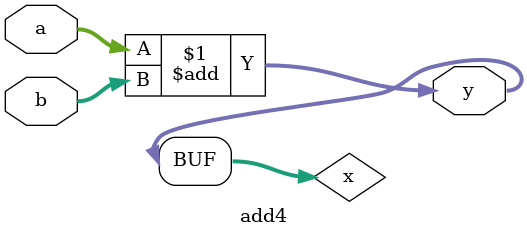
<source format=v>
module add4 (input [3:0] a, input [3:0] b, output [3:0] y);
	wire [3:0] x;
	assign x = a + b;
	assign y = x;
endmodule

</source>
